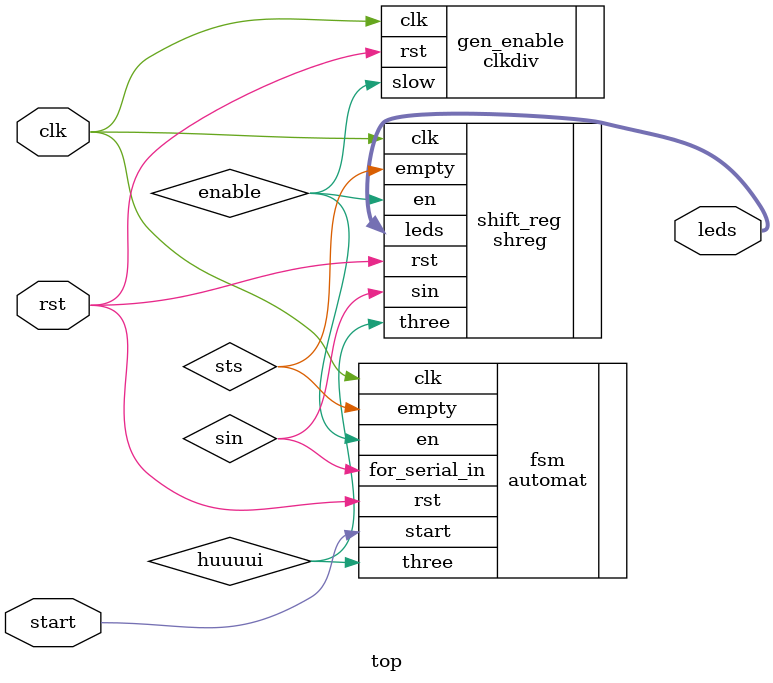
<source format=sv>
`timescale 1ns / 1ps


module top #(parameter div = 50_000_000)(input clk, rst, start, output [7:0] leds);
//enable - spowolniony clk - clkdiv.slow ->enable
//sin - informuje, gdy automat FSM jest w stanie PULSE
//status - informuje, gdy wszystkie ledy są zgaszone, info z SCHREGa
shreg shift_reg(.clk(clk), .rst(rst), .en(enable), .sin(sin), .leds(leds), .empty(sts), .three(huuuui));
clkdiv #(.div(div)) gen_enable (.clk(clk),.rst(rst),.slow(enable));
automat fsm(.clk(clk), .rst(rst), .en(enable), .start(start), .empty(sts), .three(huuuui), .for_serial_in(sin));

endmodule

</source>
